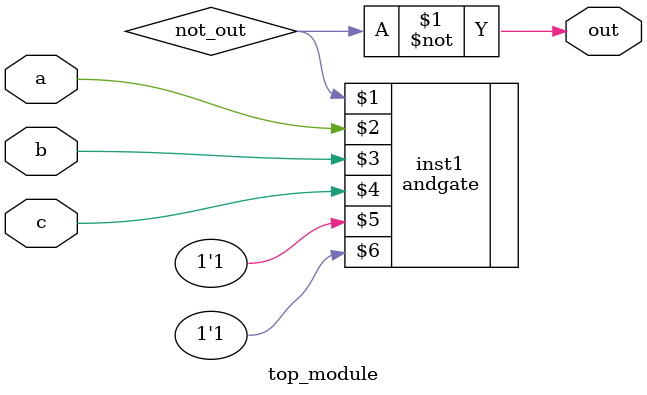
<source format=v>
module top_module (input a, input b, input c, output out);//
    wire not_out;
    assign out = ~not_out;
    andgate inst1 ( not_out ,a, b, c,1'b1,1'b1);
endmodule

</source>
